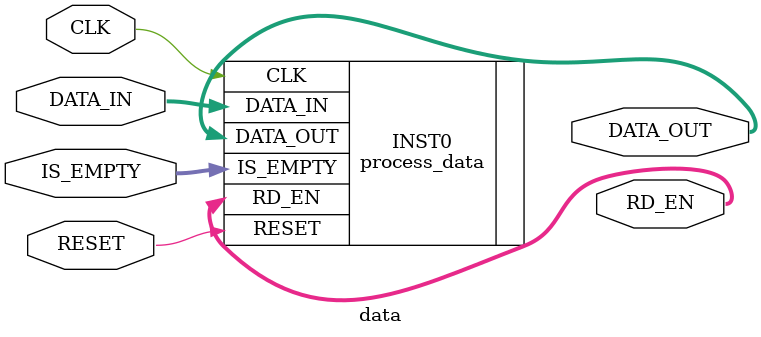
<source format=sv>
`timescale 1ns / 1ps
module data (CLK, RESET, IS_EMPTY, RD_EN, DATA_IN, DATA_OUT);
    parameter	NO_FIFO	    = 4;
	parameter	NO_LABEL	= 4;
	parameter 	WIDTH		= 16;
	parameter	BITS		= 2;
	
	
	input									CLK, RESET;
	input			[NO_FIFO-1:0]			IS_EMPTY;
	input			[NO_FIFO*WIDTH-1:0]		DATA_IN;
	
	output			[NO_LABEL-1:0]			DATA_OUT;
	output reg		[NO_FIFO-1:0]			RD_EN;
    
    process_data INST0 (
                            .CLK        (CLK), 
                            .RESET      (RESET), 
                            .IS_EMPTY   (IS_EMPTY), 
                            .RD_EN      (RD_EN), 
                            .DATA_IN    (DATA_IN), 
                            .DATA_OUT   (DATA_OUT)
                        );
endmodule

</source>
